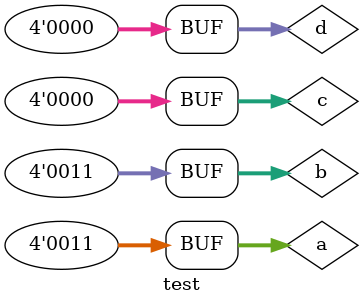
<source format=v>
`timescale 1ns / 1ps

module test;

	 reg [3:0] a;
    reg [3:0] b;
	 reg [3:0] c;
	 reg [3:0] d;
	 wire result;
	// wire out1;
	// wire out2;
	 
	// Instantiate the Unit Under Test (UUT)
	div uut (
	.a(a),
	.b(b),
	.c(c),
	.d(d),
	.result(result)
	//,.out1(out1),
	//.out2(out2)
	);

	initial begin
	a=3;
	b=3;
	c=0;
	d=0;
	
	#100
	
	a=3;
	b=3;
	c=0;
	d=0;
	/*
	 a[0] = 1; a[1]=0; a[2]=0; a[3]=1;
	 b[0] = 1; b[1]=0; b[2]=0; b[3]=1;
	 c[0] = 1; c[1]=0; c[2]=0; c[3]=1;
	 d[0] = 1; d[1]=0; d[2]=0; d[3]=1;
	 
		// Initialize Inputs

		// Wait 100 ns for global reset to finish
		#100;
	 a[0] = 1; a[1]=0; a[2]=0; a[3]=1;
	 #10
	 b[0] = 1; b[1]=0; b[2]=0; b[3]=1;
	 #10
	 c[0] = 1; c[1]=0; c[2]=0; c[3]=1;
	 #10
	 d[0] = 1; d[1]=0; d[2]=0; d[3]=1;
	 */
	
		// Add stimulus here

	end
      
endmodule


</source>
